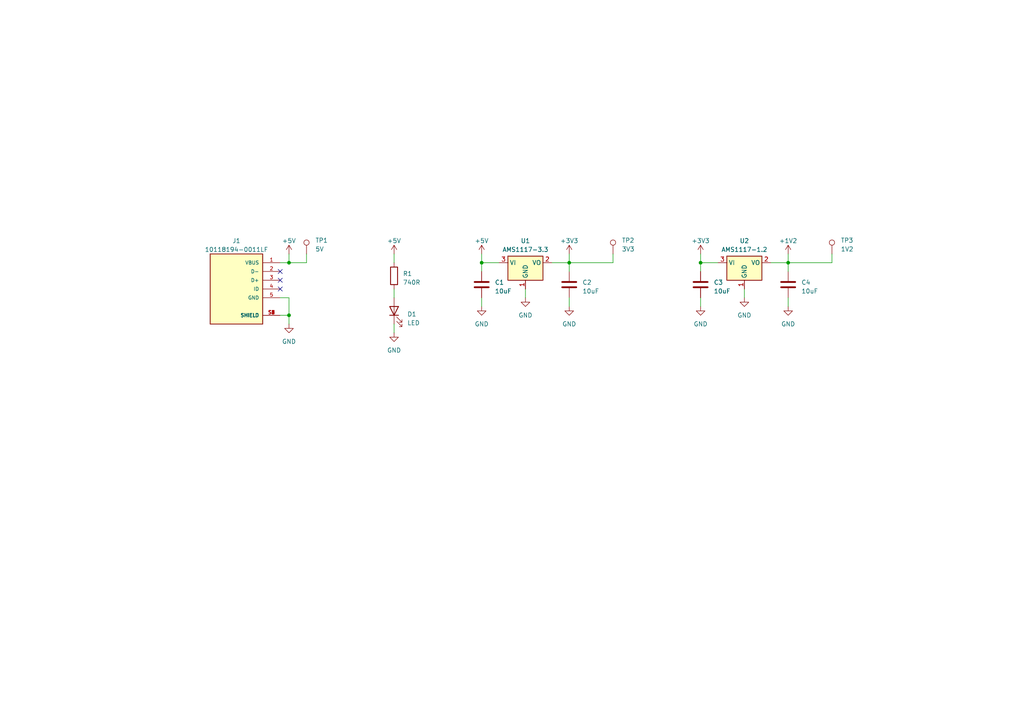
<source format=kicad_sch>
(kicad_sch (version 20230121) (generator eeschema)

  (uuid 4bb626dc-eb15-40dc-b7c2-28a7cf9da298)

  (paper "A4")

  (title_block
    (title "iCE40 DevBoard")
    (date "July 2024")
    (rev "v1")
  )

  (lib_symbols
    (symbol "10118194:10118194-0011LF" (pin_names (offset 1.016)) (in_bom yes) (on_board yes)
      (property "Reference" "J" (at -7.62 11.43 0)
        (effects (font (size 1.27 1.27)) (justify left bottom))
      )
      (property "Value" "10118194-0011LF" (at -7.62 -12.7 0)
        (effects (font (size 1.27 1.27)) (justify left bottom))
      )
      (property "Footprint" "10118194-0011LF:AMPHENOL_10118194-0011LF" (at 0 0 0)
        (effects (font (size 1.27 1.27)) (justify bottom) hide)
      )
      (property "Datasheet" "" (at 0 0 0)
        (effects (font (size 1.27 1.27)) hide)
      )
      (property "MF" "AMPHENOL ICC / FCI" (at 0 0 0)
        (effects (font (size 1.27 1.27)) (justify bottom) hide)
      )
      (property "MAXIMUM_PACKAGE_HEIGHT" "2.7 mm" (at 0 0 0)
        (effects (font (size 1.27 1.27)) (justify bottom) hide)
      )
      (property "Package" "None" (at 0 0 0)
        (effects (font (size 1.27 1.27)) (justify bottom) hide)
      )
      (property "Price" "None" (at 0 0 0)
        (effects (font (size 1.27 1.27)) (justify bottom) hide)
      )
      (property "Check_prices" "https://www.snapeda.com/parts/10118194-0011LF/Amphenol/view-part/?ref=eda" (at 0 0 0)
        (effects (font (size 1.27 1.27)) (justify bottom) hide)
      )
      (property "STANDARD" "Manufacturer Recommendations" (at 0 0 0)
        (effects (font (size 1.27 1.27)) (justify bottom) hide)
      )
      (property "PARTREV" "D" (at 0 0 0)
        (effects (font (size 1.27 1.27)) (justify bottom) hide)
      )
      (property "SnapEDA_Link" "https://www.snapeda.com/parts/10118194-0011LF/Amphenol/view-part/?ref=snap" (at 0 0 0)
        (effects (font (size 1.27 1.27)) (justify bottom) hide)
      )
      (property "MP" "10118194-0011LF" (at 0 0 0)
        (effects (font (size 1.27 1.27)) (justify bottom) hide)
      )
      (property "Purchase-URL" "https://www.snapeda.com/api/url_track_click_mouser/?unipart_id=6283885&manufacturer=AMPHENOL ICC / FCI&part_name=10118194-0011LF&search_term=None" (at 0 0 0)
        (effects (font (size 1.27 1.27)) (justify bottom) hide)
      )
      (property "Description" "\nMicro USB 2.0, Input Output Connectors, B TYPE RECEPTACLE without flange\n" (at 0 0 0)
        (effects (font (size 1.27 1.27)) (justify bottom) hide)
      )
      (property "MANUFACTURER" "Amphenol" (at 0 0 0)
        (effects (font (size 1.27 1.27)) (justify bottom) hide)
      )
      (property "Availability" "In Stock" (at 0 0 0)
        (effects (font (size 1.27 1.27)) (justify bottom) hide)
      )
      (property "SNAPEDA_PN" "10118194-0011LF" (at 0 0 0)
        (effects (font (size 1.27 1.27)) (justify bottom) hide)
      )
      (symbol "10118194-0011LF_0_0"
        (rectangle (start -7.62 -10.16) (end 7.62 10.16)
          (stroke (width 0.254) (type default))
          (fill (type background))
        )
        (pin power_in line (at -12.7 7.62 0) (length 5.08)
          (name "VBUS" (effects (font (size 1.016 1.016))))
          (number "1" (effects (font (size 1.016 1.016))))
        )
        (pin bidirectional line (at -12.7 5.08 0) (length 5.08)
          (name "D-" (effects (font (size 1.016 1.016))))
          (number "2" (effects (font (size 1.016 1.016))))
        )
        (pin bidirectional line (at -12.7 2.54 0) (length 5.08)
          (name "D+" (effects (font (size 1.016 1.016))))
          (number "3" (effects (font (size 1.016 1.016))))
        )
        (pin bidirectional line (at -12.7 0 0) (length 5.08)
          (name "ID" (effects (font (size 1.016 1.016))))
          (number "4" (effects (font (size 1.016 1.016))))
        )
        (pin power_in line (at -12.7 -2.54 0) (length 5.08)
          (name "GND" (effects (font (size 1.016 1.016))))
          (number "5" (effects (font (size 1.016 1.016))))
        )
        (pin passive line (at -12.7 -7.62 0) (length 5.08)
          (name "SHIELD" (effects (font (size 1.016 1.016))))
          (number "S1" (effects (font (size 1.016 1.016))))
        )
        (pin passive line (at -12.7 -7.62 0) (length 5.08)
          (name "SHIELD" (effects (font (size 1.016 1.016))))
          (number "S2" (effects (font (size 1.016 1.016))))
        )
        (pin passive line (at -12.7 -7.62 0) (length 5.08)
          (name "SHIELD" (effects (font (size 1.016 1.016))))
          (number "S3" (effects (font (size 1.016 1.016))))
        )
        (pin passive line (at -12.7 -7.62 0) (length 5.08)
          (name "SHIELD" (effects (font (size 1.016 1.016))))
          (number "S4" (effects (font (size 1.016 1.016))))
        )
        (pin passive line (at -12.7 -7.62 0) (length 5.08)
          (name "SHIELD" (effects (font (size 1.016 1.016))))
          (number "S5" (effects (font (size 1.016 1.016))))
        )
        (pin passive line (at -12.7 -7.62 0) (length 5.08)
          (name "SHIELD" (effects (font (size 1.016 1.016))))
          (number "S6" (effects (font (size 1.016 1.016))))
        )
      )
    )
    (symbol "Connector:TestPoint" (pin_numbers hide) (pin_names (offset 0.762) hide) (in_bom yes) (on_board yes)
      (property "Reference" "TP" (at 0 6.858 0)
        (effects (font (size 1.27 1.27)))
      )
      (property "Value" "TestPoint" (at 0 5.08 0)
        (effects (font (size 1.27 1.27)))
      )
      (property "Footprint" "" (at 5.08 0 0)
        (effects (font (size 1.27 1.27)) hide)
      )
      (property "Datasheet" "~" (at 5.08 0 0)
        (effects (font (size 1.27 1.27)) hide)
      )
      (property "ki_keywords" "test point tp" (at 0 0 0)
        (effects (font (size 1.27 1.27)) hide)
      )
      (property "ki_description" "test point" (at 0 0 0)
        (effects (font (size 1.27 1.27)) hide)
      )
      (property "ki_fp_filters" "Pin* Test*" (at 0 0 0)
        (effects (font (size 1.27 1.27)) hide)
      )
      (symbol "TestPoint_0_1"
        (circle (center 0 3.302) (radius 0.762)
          (stroke (width 0) (type default))
          (fill (type none))
        )
      )
      (symbol "TestPoint_1_1"
        (pin passive line (at 0 0 90) (length 2.54)
          (name "1" (effects (font (size 1.27 1.27))))
          (number "1" (effects (font (size 1.27 1.27))))
        )
      )
    )
    (symbol "Device:C" (pin_numbers hide) (pin_names (offset 0.254)) (in_bom yes) (on_board yes)
      (property "Reference" "C" (at 0.635 2.54 0)
        (effects (font (size 1.27 1.27)) (justify left))
      )
      (property "Value" "C" (at 0.635 -2.54 0)
        (effects (font (size 1.27 1.27)) (justify left))
      )
      (property "Footprint" "" (at 0.9652 -3.81 0)
        (effects (font (size 1.27 1.27)) hide)
      )
      (property "Datasheet" "~" (at 0 0 0)
        (effects (font (size 1.27 1.27)) hide)
      )
      (property "ki_keywords" "cap capacitor" (at 0 0 0)
        (effects (font (size 1.27 1.27)) hide)
      )
      (property "ki_description" "Unpolarized capacitor" (at 0 0 0)
        (effects (font (size 1.27 1.27)) hide)
      )
      (property "ki_fp_filters" "C_*" (at 0 0 0)
        (effects (font (size 1.27 1.27)) hide)
      )
      (symbol "C_0_1"
        (polyline
          (pts
            (xy -2.032 -0.762)
            (xy 2.032 -0.762)
          )
          (stroke (width 0.508) (type default))
          (fill (type none))
        )
        (polyline
          (pts
            (xy -2.032 0.762)
            (xy 2.032 0.762)
          )
          (stroke (width 0.508) (type default))
          (fill (type none))
        )
      )
      (symbol "C_1_1"
        (pin passive line (at 0 3.81 270) (length 2.794)
          (name "~" (effects (font (size 1.27 1.27))))
          (number "1" (effects (font (size 1.27 1.27))))
        )
        (pin passive line (at 0 -3.81 90) (length 2.794)
          (name "~" (effects (font (size 1.27 1.27))))
          (number "2" (effects (font (size 1.27 1.27))))
        )
      )
    )
    (symbol "Device:LED" (pin_numbers hide) (pin_names (offset 1.016) hide) (in_bom yes) (on_board yes)
      (property "Reference" "D" (at 0 2.54 0)
        (effects (font (size 1.27 1.27)))
      )
      (property "Value" "LED" (at 0 -2.54 0)
        (effects (font (size 1.27 1.27)))
      )
      (property "Footprint" "" (at 0 0 0)
        (effects (font (size 1.27 1.27)) hide)
      )
      (property "Datasheet" "~" (at 0 0 0)
        (effects (font (size 1.27 1.27)) hide)
      )
      (property "ki_keywords" "LED diode" (at 0 0 0)
        (effects (font (size 1.27 1.27)) hide)
      )
      (property "ki_description" "Light emitting diode" (at 0 0 0)
        (effects (font (size 1.27 1.27)) hide)
      )
      (property "ki_fp_filters" "LED* LED_SMD:* LED_THT:*" (at 0 0 0)
        (effects (font (size 1.27 1.27)) hide)
      )
      (symbol "LED_0_1"
        (polyline
          (pts
            (xy -1.27 -1.27)
            (xy -1.27 1.27)
          )
          (stroke (width 0.254) (type default))
          (fill (type none))
        )
        (polyline
          (pts
            (xy -1.27 0)
            (xy 1.27 0)
          )
          (stroke (width 0) (type default))
          (fill (type none))
        )
        (polyline
          (pts
            (xy 1.27 -1.27)
            (xy 1.27 1.27)
            (xy -1.27 0)
            (xy 1.27 -1.27)
          )
          (stroke (width 0.254) (type default))
          (fill (type none))
        )
        (polyline
          (pts
            (xy -3.048 -0.762)
            (xy -4.572 -2.286)
            (xy -3.81 -2.286)
            (xy -4.572 -2.286)
            (xy -4.572 -1.524)
          )
          (stroke (width 0) (type default))
          (fill (type none))
        )
        (polyline
          (pts
            (xy -1.778 -0.762)
            (xy -3.302 -2.286)
            (xy -2.54 -2.286)
            (xy -3.302 -2.286)
            (xy -3.302 -1.524)
          )
          (stroke (width 0) (type default))
          (fill (type none))
        )
      )
      (symbol "LED_1_1"
        (pin passive line (at -3.81 0 0) (length 2.54)
          (name "K" (effects (font (size 1.27 1.27))))
          (number "1" (effects (font (size 1.27 1.27))))
        )
        (pin passive line (at 3.81 0 180) (length 2.54)
          (name "A" (effects (font (size 1.27 1.27))))
          (number "2" (effects (font (size 1.27 1.27))))
        )
      )
    )
    (symbol "Device:R" (pin_numbers hide) (pin_names (offset 0)) (in_bom yes) (on_board yes)
      (property "Reference" "R" (at 2.032 0 90)
        (effects (font (size 1.27 1.27)))
      )
      (property "Value" "R" (at 0 0 90)
        (effects (font (size 1.27 1.27)))
      )
      (property "Footprint" "" (at -1.778 0 90)
        (effects (font (size 1.27 1.27)) hide)
      )
      (property "Datasheet" "~" (at 0 0 0)
        (effects (font (size 1.27 1.27)) hide)
      )
      (property "ki_keywords" "R res resistor" (at 0 0 0)
        (effects (font (size 1.27 1.27)) hide)
      )
      (property "ki_description" "Resistor" (at 0 0 0)
        (effects (font (size 1.27 1.27)) hide)
      )
      (property "ki_fp_filters" "R_*" (at 0 0 0)
        (effects (font (size 1.27 1.27)) hide)
      )
      (symbol "R_0_1"
        (rectangle (start -1.016 -2.54) (end 1.016 2.54)
          (stroke (width 0.254) (type default))
          (fill (type none))
        )
      )
      (symbol "R_1_1"
        (pin passive line (at 0 3.81 270) (length 1.27)
          (name "~" (effects (font (size 1.27 1.27))))
          (number "1" (effects (font (size 1.27 1.27))))
        )
        (pin passive line (at 0 -3.81 90) (length 1.27)
          (name "~" (effects (font (size 1.27 1.27))))
          (number "2" (effects (font (size 1.27 1.27))))
        )
      )
    )
    (symbol "Regulator_Linear:AMS1117-1.5" (in_bom yes) (on_board yes)
      (property "Reference" "U" (at -3.81 3.175 0)
        (effects (font (size 1.27 1.27)))
      )
      (property "Value" "AMS1117-1.5" (at 0 3.175 0)
        (effects (font (size 1.27 1.27)) (justify left))
      )
      (property "Footprint" "Package_TO_SOT_SMD:SOT-223-3_TabPin2" (at 0 5.08 0)
        (effects (font (size 1.27 1.27)) hide)
      )
      (property "Datasheet" "http://www.advanced-monolithic.com/pdf/ds1117.pdf" (at 2.54 -6.35 0)
        (effects (font (size 1.27 1.27)) hide)
      )
      (property "ki_keywords" "linear regulator ldo fixed positive" (at 0 0 0)
        (effects (font (size 1.27 1.27)) hide)
      )
      (property "ki_description" "1A Low Dropout regulator, positive, 1.5V fixed output, SOT-223" (at 0 0 0)
        (effects (font (size 1.27 1.27)) hide)
      )
      (property "ki_fp_filters" "SOT?223*TabPin2*" (at 0 0 0)
        (effects (font (size 1.27 1.27)) hide)
      )
      (symbol "AMS1117-1.5_0_1"
        (rectangle (start -5.08 -5.08) (end 5.08 1.905)
          (stroke (width 0.254) (type default))
          (fill (type background))
        )
      )
      (symbol "AMS1117-1.5_1_1"
        (pin power_in line (at 0 -7.62 90) (length 2.54)
          (name "GND" (effects (font (size 1.27 1.27))))
          (number "1" (effects (font (size 1.27 1.27))))
        )
        (pin power_out line (at 7.62 0 180) (length 2.54)
          (name "VO" (effects (font (size 1.27 1.27))))
          (number "2" (effects (font (size 1.27 1.27))))
        )
        (pin power_in line (at -7.62 0 0) (length 2.54)
          (name "VI" (effects (font (size 1.27 1.27))))
          (number "3" (effects (font (size 1.27 1.27))))
        )
      )
    )
    (symbol "Regulator_Linear:AMS1117-3.3" (in_bom yes) (on_board yes)
      (property "Reference" "U" (at -3.81 3.175 0)
        (effects (font (size 1.27 1.27)))
      )
      (property "Value" "AMS1117-3.3" (at 0 3.175 0)
        (effects (font (size 1.27 1.27)) (justify left))
      )
      (property "Footprint" "Package_TO_SOT_SMD:SOT-223-3_TabPin2" (at 0 5.08 0)
        (effects (font (size 1.27 1.27)) hide)
      )
      (property "Datasheet" "http://www.advanced-monolithic.com/pdf/ds1117.pdf" (at 2.54 -6.35 0)
        (effects (font (size 1.27 1.27)) hide)
      )
      (property "ki_keywords" "linear regulator ldo fixed positive" (at 0 0 0)
        (effects (font (size 1.27 1.27)) hide)
      )
      (property "ki_description" "1A Low Dropout regulator, positive, 3.3V fixed output, SOT-223" (at 0 0 0)
        (effects (font (size 1.27 1.27)) hide)
      )
      (property "ki_fp_filters" "SOT?223*TabPin2*" (at 0 0 0)
        (effects (font (size 1.27 1.27)) hide)
      )
      (symbol "AMS1117-3.3_0_1"
        (rectangle (start -5.08 -5.08) (end 5.08 1.905)
          (stroke (width 0.254) (type default))
          (fill (type background))
        )
      )
      (symbol "AMS1117-3.3_1_1"
        (pin power_in line (at 0 -7.62 90) (length 2.54)
          (name "GND" (effects (font (size 1.27 1.27))))
          (number "1" (effects (font (size 1.27 1.27))))
        )
        (pin power_out line (at 7.62 0 180) (length 2.54)
          (name "VO" (effects (font (size 1.27 1.27))))
          (number "2" (effects (font (size 1.27 1.27))))
        )
        (pin power_in line (at -7.62 0 0) (length 2.54)
          (name "VI" (effects (font (size 1.27 1.27))))
          (number "3" (effects (font (size 1.27 1.27))))
        )
      )
    )
    (symbol "power:+1V2" (power) (pin_names (offset 0)) (in_bom yes) (on_board yes)
      (property "Reference" "#PWR" (at 0 -3.81 0)
        (effects (font (size 1.27 1.27)) hide)
      )
      (property "Value" "+1V2" (at 0 3.556 0)
        (effects (font (size 1.27 1.27)))
      )
      (property "Footprint" "" (at 0 0 0)
        (effects (font (size 1.27 1.27)) hide)
      )
      (property "Datasheet" "" (at 0 0 0)
        (effects (font (size 1.27 1.27)) hide)
      )
      (property "ki_keywords" "global power" (at 0 0 0)
        (effects (font (size 1.27 1.27)) hide)
      )
      (property "ki_description" "Power symbol creates a global label with name \"+1V2\"" (at 0 0 0)
        (effects (font (size 1.27 1.27)) hide)
      )
      (symbol "+1V2_0_1"
        (polyline
          (pts
            (xy -0.762 1.27)
            (xy 0 2.54)
          )
          (stroke (width 0) (type default))
          (fill (type none))
        )
        (polyline
          (pts
            (xy 0 0)
            (xy 0 2.54)
          )
          (stroke (width 0) (type default))
          (fill (type none))
        )
        (polyline
          (pts
            (xy 0 2.54)
            (xy 0.762 1.27)
          )
          (stroke (width 0) (type default))
          (fill (type none))
        )
      )
      (symbol "+1V2_1_1"
        (pin power_in line (at 0 0 90) (length 0) hide
          (name "+1V2" (effects (font (size 1.27 1.27))))
          (number "1" (effects (font (size 1.27 1.27))))
        )
      )
    )
    (symbol "power:+3V3" (power) (pin_names (offset 0)) (in_bom yes) (on_board yes)
      (property "Reference" "#PWR" (at 0 -3.81 0)
        (effects (font (size 1.27 1.27)) hide)
      )
      (property "Value" "+3V3" (at 0 3.556 0)
        (effects (font (size 1.27 1.27)))
      )
      (property "Footprint" "" (at 0 0 0)
        (effects (font (size 1.27 1.27)) hide)
      )
      (property "Datasheet" "" (at 0 0 0)
        (effects (font (size 1.27 1.27)) hide)
      )
      (property "ki_keywords" "global power" (at 0 0 0)
        (effects (font (size 1.27 1.27)) hide)
      )
      (property "ki_description" "Power symbol creates a global label with name \"+3V3\"" (at 0 0 0)
        (effects (font (size 1.27 1.27)) hide)
      )
      (symbol "+3V3_0_1"
        (polyline
          (pts
            (xy -0.762 1.27)
            (xy 0 2.54)
          )
          (stroke (width 0) (type default))
          (fill (type none))
        )
        (polyline
          (pts
            (xy 0 0)
            (xy 0 2.54)
          )
          (stroke (width 0) (type default))
          (fill (type none))
        )
        (polyline
          (pts
            (xy 0 2.54)
            (xy 0.762 1.27)
          )
          (stroke (width 0) (type default))
          (fill (type none))
        )
      )
      (symbol "+3V3_1_1"
        (pin power_in line (at 0 0 90) (length 0) hide
          (name "+3V3" (effects (font (size 1.27 1.27))))
          (number "1" (effects (font (size 1.27 1.27))))
        )
      )
    )
    (symbol "power:+5V" (power) (pin_names (offset 0)) (in_bom yes) (on_board yes)
      (property "Reference" "#PWR" (at 0 -3.81 0)
        (effects (font (size 1.27 1.27)) hide)
      )
      (property "Value" "+5V" (at 0 3.556 0)
        (effects (font (size 1.27 1.27)))
      )
      (property "Footprint" "" (at 0 0 0)
        (effects (font (size 1.27 1.27)) hide)
      )
      (property "Datasheet" "" (at 0 0 0)
        (effects (font (size 1.27 1.27)) hide)
      )
      (property "ki_keywords" "global power" (at 0 0 0)
        (effects (font (size 1.27 1.27)) hide)
      )
      (property "ki_description" "Power symbol creates a global label with name \"+5V\"" (at 0 0 0)
        (effects (font (size 1.27 1.27)) hide)
      )
      (symbol "+5V_0_1"
        (polyline
          (pts
            (xy -0.762 1.27)
            (xy 0 2.54)
          )
          (stroke (width 0) (type default))
          (fill (type none))
        )
        (polyline
          (pts
            (xy 0 0)
            (xy 0 2.54)
          )
          (stroke (width 0) (type default))
          (fill (type none))
        )
        (polyline
          (pts
            (xy 0 2.54)
            (xy 0.762 1.27)
          )
          (stroke (width 0) (type default))
          (fill (type none))
        )
      )
      (symbol "+5V_1_1"
        (pin power_in line (at 0 0 90) (length 0) hide
          (name "+5V" (effects (font (size 1.27 1.27))))
          (number "1" (effects (font (size 1.27 1.27))))
        )
      )
    )
    (symbol "power:GND" (power) (pin_names (offset 0)) (in_bom yes) (on_board yes)
      (property "Reference" "#PWR" (at 0 -6.35 0)
        (effects (font (size 1.27 1.27)) hide)
      )
      (property "Value" "GND" (at 0 -3.81 0)
        (effects (font (size 1.27 1.27)))
      )
      (property "Footprint" "" (at 0 0 0)
        (effects (font (size 1.27 1.27)) hide)
      )
      (property "Datasheet" "" (at 0 0 0)
        (effects (font (size 1.27 1.27)) hide)
      )
      (property "ki_keywords" "global power" (at 0 0 0)
        (effects (font (size 1.27 1.27)) hide)
      )
      (property "ki_description" "Power symbol creates a global label with name \"GND\" , ground" (at 0 0 0)
        (effects (font (size 1.27 1.27)) hide)
      )
      (symbol "GND_0_1"
        (polyline
          (pts
            (xy 0 0)
            (xy 0 -1.27)
            (xy 1.27 -1.27)
            (xy 0 -2.54)
            (xy -1.27 -1.27)
            (xy 0 -1.27)
          )
          (stroke (width 0) (type default))
          (fill (type none))
        )
      )
      (symbol "GND_1_1"
        (pin power_in line (at 0 0 270) (length 0) hide
          (name "GND" (effects (font (size 1.27 1.27))))
          (number "1" (effects (font (size 1.27 1.27))))
        )
      )
    )
  )

  (junction (at 228.6 76.2) (diameter 0) (color 0 0 0 0)
    (uuid 307692b1-8bcf-4a69-b209-0dadce10d3b3)
  )
  (junction (at 203.2 76.2) (diameter 0) (color 0 0 0 0)
    (uuid 763499b3-2e70-4e03-90fd-61d61360014a)
  )
  (junction (at 83.82 76.2) (diameter 0) (color 0 0 0 0)
    (uuid 7f4671c7-4008-44c6-86e9-27cad0d99f9e)
  )
  (junction (at 83.82 91.44) (diameter 0) (color 0 0 0 0)
    (uuid ba15fea8-8107-4f31-8fff-9a57fbe3ca03)
  )
  (junction (at 165.1 76.2) (diameter 0) (color 0 0 0 0)
    (uuid c644548d-3b6b-40cd-9345-28d9b67207a6)
  )
  (junction (at 139.7 76.2) (diameter 0) (color 0 0 0 0)
    (uuid fb41d1dd-c96b-4d28-ba2f-1329e4352471)
  )

  (no_connect (at 81.28 81.28) (uuid 2fd31fd4-290a-4e63-8a17-8662717c39cf))
  (no_connect (at 81.28 78.74) (uuid 5a04b40a-b8db-4898-aa32-55fe22da727b))
  (no_connect (at 81.28 83.82) (uuid ec9d1db2-b0d4-4c34-8684-d14ae6bc6501))

  (wire (pts (xy 81.28 86.36) (xy 83.82 86.36))
    (stroke (width 0) (type default))
    (uuid 06be71f3-9a99-438f-9892-06482bb0ed0a)
  )
  (wire (pts (xy 228.6 76.2) (xy 241.3 76.2))
    (stroke (width 0) (type default))
    (uuid 09db4a3e-1077-4a7a-b655-3ad2e0da0b0a)
  )
  (wire (pts (xy 203.2 73.66) (xy 203.2 76.2))
    (stroke (width 0) (type default))
    (uuid 11c84675-b14e-4ba8-9687-eac4c2519122)
  )
  (wire (pts (xy 228.6 73.66) (xy 228.6 76.2))
    (stroke (width 0) (type default))
    (uuid 258a052e-6f2b-4c6f-bc77-9fef4af774ff)
  )
  (wire (pts (xy 139.7 76.2) (xy 139.7 78.74))
    (stroke (width 0) (type default))
    (uuid 2672dd46-ecac-4b87-b8c9-cf7cb882c864)
  )
  (wire (pts (xy 114.3 93.98) (xy 114.3 96.52))
    (stroke (width 0) (type default))
    (uuid 33eca0a2-7269-458d-aab1-6352960e493f)
  )
  (wire (pts (xy 114.3 83.82) (xy 114.3 86.36))
    (stroke (width 0) (type default))
    (uuid 3daf9062-813b-4385-9542-c20dd74d883d)
  )
  (wire (pts (xy 88.9 73.66) (xy 88.9 76.2))
    (stroke (width 0) (type default))
    (uuid 3dc9e0d0-76d8-4f97-9af3-6d1f6daa6962)
  )
  (wire (pts (xy 83.82 76.2) (xy 81.28 76.2))
    (stroke (width 0) (type default))
    (uuid 457ace2f-d963-4867-8c06-09b8214dd40f)
  )
  (wire (pts (xy 152.4 83.82) (xy 152.4 86.36))
    (stroke (width 0) (type default))
    (uuid 45e9aed6-3fb8-4075-bcdd-0fece4548382)
  )
  (wire (pts (xy 144.78 76.2) (xy 139.7 76.2))
    (stroke (width 0) (type default))
    (uuid 536d19c1-b8e1-43c7-a51a-c3908b4d6d9f)
  )
  (wire (pts (xy 114.3 73.66) (xy 114.3 76.2))
    (stroke (width 0) (type default))
    (uuid 554bc96b-fd2d-4b09-a48a-ed39694bd30b)
  )
  (wire (pts (xy 88.9 76.2) (xy 83.82 76.2))
    (stroke (width 0) (type default))
    (uuid 58e80a8e-3141-4cb8-a16b-f925fdaba5d6)
  )
  (wire (pts (xy 228.6 76.2) (xy 223.52 76.2))
    (stroke (width 0) (type default))
    (uuid 78421392-76a6-47ef-a419-a20014316746)
  )
  (wire (pts (xy 83.82 86.36) (xy 83.82 91.44))
    (stroke (width 0) (type default))
    (uuid 7e56cebc-80ac-48ef-9a51-74470cd865be)
  )
  (wire (pts (xy 139.7 86.36) (xy 139.7 88.9))
    (stroke (width 0) (type default))
    (uuid 8acf952d-c9ce-4c07-8fc6-8ff902afda7f)
  )
  (wire (pts (xy 203.2 76.2) (xy 203.2 78.74))
    (stroke (width 0) (type default))
    (uuid 8b77ab89-70a2-4605-9600-f9e2d28a6e5c)
  )
  (wire (pts (xy 177.8 73.66) (xy 177.8 76.2))
    (stroke (width 0) (type default))
    (uuid 907eb452-bc0b-4d5b-b1da-2550275ed5c8)
  )
  (wire (pts (xy 139.7 73.66) (xy 139.7 76.2))
    (stroke (width 0) (type default))
    (uuid 99777f89-7818-4a03-b33a-8f8de2ea947e)
  )
  (wire (pts (xy 215.9 83.82) (xy 215.9 86.36))
    (stroke (width 0) (type default))
    (uuid ae32cf6b-540c-405c-93c6-84c465fa6f6d)
  )
  (wire (pts (xy 203.2 86.36) (xy 203.2 88.9))
    (stroke (width 0) (type default))
    (uuid b313877d-c5eb-4130-83c4-466475ec32e0)
  )
  (wire (pts (xy 241.3 73.66) (xy 241.3 76.2))
    (stroke (width 0) (type default))
    (uuid b75576da-852c-490f-a33f-4f780c465883)
  )
  (wire (pts (xy 165.1 86.36) (xy 165.1 88.9))
    (stroke (width 0) (type default))
    (uuid bc2a74ee-4950-4fb9-a7d2-f39c847c0d78)
  )
  (wire (pts (xy 165.1 73.66) (xy 165.1 76.2))
    (stroke (width 0) (type default))
    (uuid c1f394c8-b264-422c-8967-a731c08ae4cc)
  )
  (wire (pts (xy 228.6 86.36) (xy 228.6 88.9))
    (stroke (width 0) (type default))
    (uuid dfcccdb4-1f35-4656-ac3a-16b98396130a)
  )
  (wire (pts (xy 203.2 76.2) (xy 208.28 76.2))
    (stroke (width 0) (type default))
    (uuid e265dd47-adeb-4fb2-ba40-720d6e507aa3)
  )
  (wire (pts (xy 81.28 91.44) (xy 83.82 91.44))
    (stroke (width 0) (type default))
    (uuid e2c86999-7e92-4225-8794-8106d95fe72d)
  )
  (wire (pts (xy 160.02 76.2) (xy 165.1 76.2))
    (stroke (width 0) (type default))
    (uuid ea6019b3-c6b8-4093-a4cd-6e8500b55df1)
  )
  (wire (pts (xy 228.6 76.2) (xy 228.6 78.74))
    (stroke (width 0) (type default))
    (uuid ecf51bbc-082f-4436-876b-e6ddc6a3e208)
  )
  (wire (pts (xy 83.82 73.66) (xy 83.82 76.2))
    (stroke (width 0) (type default))
    (uuid edda3824-2a69-4f2b-9775-ad18f2162d9a)
  )
  (wire (pts (xy 177.8 76.2) (xy 165.1 76.2))
    (stroke (width 0) (type default))
    (uuid f4bdbd21-ee12-433c-b86f-2c4ec1653de4)
  )
  (wire (pts (xy 165.1 76.2) (xy 165.1 78.74))
    (stroke (width 0) (type default))
    (uuid f50905c5-09dd-4451-a90d-b4b844cabc5f)
  )
  (wire (pts (xy 83.82 91.44) (xy 83.82 93.98))
    (stroke (width 0) (type default))
    (uuid fe0fe017-1450-4eec-8650-06933e740a34)
  )

  (symbol (lib_id "power:GND") (at 139.7 88.9 0) (unit 1)
    (in_bom yes) (on_board yes) (dnp no) (fields_autoplaced)
    (uuid 03429670-e4dd-4b2c-ad16-e6a5fe587151)
    (property "Reference" "#PWR07" (at 139.7 95.25 0)
      (effects (font (size 1.27 1.27)) hide)
    )
    (property "Value" "GND" (at 139.7 93.98 0)
      (effects (font (size 1.27 1.27)))
    )
    (property "Footprint" "" (at 139.7 88.9 0)
      (effects (font (size 1.27 1.27)) hide)
    )
    (property "Datasheet" "" (at 139.7 88.9 0)
      (effects (font (size 1.27 1.27)) hide)
    )
    (pin "1" (uuid 503c560a-7e3a-47c7-a0cd-50c4fc955339))
    (instances
      (project "iCE40DevBoard"
        (path "/2f10ad52-4a2c-425a-8339-df6126e31315/638b097a-85e5-4af1-b4c6-c77a407aaed3"
          (reference "#PWR07") (unit 1)
        )
      )
    )
  )

  (symbol (lib_id "power:GND") (at 114.3 96.52 0) (unit 1)
    (in_bom yes) (on_board yes) (dnp no) (fields_autoplaced)
    (uuid 0fad3ac3-679f-49c5-93e9-120c32dbf146)
    (property "Reference" "#PWR06" (at 114.3 102.87 0)
      (effects (font (size 1.27 1.27)) hide)
    )
    (property "Value" "GND" (at 114.3 101.6 0)
      (effects (font (size 1.27 1.27)))
    )
    (property "Footprint" "" (at 114.3 96.52 0)
      (effects (font (size 1.27 1.27)) hide)
    )
    (property "Datasheet" "" (at 114.3 96.52 0)
      (effects (font (size 1.27 1.27)) hide)
    )
    (pin "1" (uuid 9affda3e-141f-408d-80ff-5bfd010a7a73))
    (instances
      (project "iCE40DevBoard"
        (path "/2f10ad52-4a2c-425a-8339-df6126e31315/638b097a-85e5-4af1-b4c6-c77a407aaed3"
          (reference "#PWR06") (unit 1)
        )
      )
    )
  )

  (symbol (lib_id "Device:C") (at 165.1 82.55 0) (unit 1)
    (in_bom yes) (on_board yes) (dnp no) (fields_autoplaced)
    (uuid 1ba7c3d4-2bc0-48fa-8830-cf1a10671ca8)
    (property "Reference" "C2" (at 168.91 81.915 0)
      (effects (font (size 1.27 1.27)) (justify left))
    )
    (property "Value" "10uF" (at 168.91 84.455 0)
      (effects (font (size 1.27 1.27)) (justify left))
    )
    (property "Footprint" "Capacitor_SMD:C_0603_1608Metric" (at 166.0652 86.36 0)
      (effects (font (size 1.27 1.27)) hide)
    )
    (property "Datasheet" "~" (at 165.1 82.55 0)
      (effects (font (size 1.27 1.27)) hide)
    )
    (pin "1" (uuid 86d2b434-8a81-4c58-a489-5f5b65c34912))
    (pin "2" (uuid 2e5bc63c-30eb-4130-ae07-11352273c9b5))
    (instances
      (project "iCE40DevBoard"
        (path "/2f10ad52-4a2c-425a-8339-df6126e31315/638b097a-85e5-4af1-b4c6-c77a407aaed3"
          (reference "C2") (unit 1)
        )
      )
    )
  )

  (symbol (lib_id "Device:LED") (at 114.3 90.17 90) (unit 1)
    (in_bom yes) (on_board yes) (dnp no) (fields_autoplaced)
    (uuid 3374c6e5-d1f6-498c-ac6b-96f96dfe8574)
    (property "Reference" "D1" (at 118.11 91.1225 90)
      (effects (font (size 1.27 1.27)) (justify right))
    )
    (property "Value" "LED" (at 118.11 93.6625 90)
      (effects (font (size 1.27 1.27)) (justify right))
    )
    (property "Footprint" "LED_SMD:LED_0805_2012Metric" (at 114.3 90.17 0)
      (effects (font (size 1.27 1.27)) hide)
    )
    (property "Datasheet" "~" (at 114.3 90.17 0)
      (effects (font (size 1.27 1.27)) hide)
    )
    (pin "1" (uuid 66daf6d8-1bb2-4174-bc3e-e98a4247f6c0))
    (pin "2" (uuid e7a266e1-0c3b-4084-8aef-6b29f8b92a9f))
    (instances
      (project "iCE40DevBoard"
        (path "/2f10ad52-4a2c-425a-8339-df6126e31315/638b097a-85e5-4af1-b4c6-c77a407aaed3"
          (reference "D1") (unit 1)
        )
      )
    )
  )

  (symbol (lib_id "Connector:TestPoint") (at 177.8 73.66 0) (unit 1)
    (in_bom yes) (on_board yes) (dnp no) (fields_autoplaced)
    (uuid 3adeb099-d968-47f2-acd8-f5ad8b561564)
    (property "Reference" "TP2" (at 180.34 69.723 0)
      (effects (font (size 1.27 1.27)) (justify left))
    )
    (property "Value" "3V3" (at 180.34 72.263 0)
      (effects (font (size 1.27 1.27)) (justify left))
    )
    (property "Footprint" "TestPoint:TestPoint_Pad_D1.0mm" (at 182.88 73.66 0)
      (effects (font (size 1.27 1.27)) hide)
    )
    (property "Datasheet" "~" (at 182.88 73.66 0)
      (effects (font (size 1.27 1.27)) hide)
    )
    (pin "1" (uuid fc3b4367-d14a-46de-9793-2eb4f5297202))
    (instances
      (project "iCE40DevBoard"
        (path "/2f10ad52-4a2c-425a-8339-df6126e31315/638b097a-85e5-4af1-b4c6-c77a407aaed3"
          (reference "TP2") (unit 1)
        )
      )
    )
  )

  (symbol (lib_id "Device:C") (at 228.6 82.55 0) (unit 1)
    (in_bom yes) (on_board yes) (dnp no) (fields_autoplaced)
    (uuid 4071050b-4171-4baa-9fab-c300b560a321)
    (property "Reference" "C4" (at 232.41 81.915 0)
      (effects (font (size 1.27 1.27)) (justify left))
    )
    (property "Value" "10uF" (at 232.41 84.455 0)
      (effects (font (size 1.27 1.27)) (justify left))
    )
    (property "Footprint" "Capacitor_SMD:C_0603_1608Metric" (at 229.5652 86.36 0)
      (effects (font (size 1.27 1.27)) hide)
    )
    (property "Datasheet" "~" (at 228.6 82.55 0)
      (effects (font (size 1.27 1.27)) hide)
    )
    (pin "1" (uuid 4dfecfa4-92b7-4818-9ba0-48da865cb962))
    (pin "2" (uuid 9414b9af-76e0-4998-9460-28ccc3baf5c0))
    (instances
      (project "iCE40DevBoard"
        (path "/2f10ad52-4a2c-425a-8339-df6126e31315/638b097a-85e5-4af1-b4c6-c77a407aaed3"
          (reference "C4") (unit 1)
        )
      )
    )
  )

  (symbol (lib_id "power:+3V3") (at 165.1 73.66 0) (unit 1)
    (in_bom yes) (on_board yes) (dnp no) (fields_autoplaced)
    (uuid 581e2748-ef03-4bc6-b734-8aa124ecde26)
    (property "Reference" "#PWR010" (at 165.1 77.47 0)
      (effects (font (size 1.27 1.27)) hide)
    )
    (property "Value" "+3V3" (at 165.1 69.85 0)
      (effects (font (size 1.27 1.27)))
    )
    (property "Footprint" "" (at 165.1 73.66 0)
      (effects (font (size 1.27 1.27)) hide)
    )
    (property "Datasheet" "" (at 165.1 73.66 0)
      (effects (font (size 1.27 1.27)) hide)
    )
    (pin "1" (uuid d3fa64a5-a198-45d3-9d54-0f4895d2ed22))
    (instances
      (project "iCE40DevBoard"
        (path "/2f10ad52-4a2c-425a-8339-df6126e31315/638b097a-85e5-4af1-b4c6-c77a407aaed3"
          (reference "#PWR010") (unit 1)
        )
      )
    )
  )

  (symbol (lib_id "power:+1V2") (at 228.6 73.66 0) (unit 1)
    (in_bom yes) (on_board yes) (dnp no) (fields_autoplaced)
    (uuid 624f37fa-a36a-4c09-8e16-7e93a766ac2d)
    (property "Reference" "#PWR012" (at 228.6 77.47 0)
      (effects (font (size 1.27 1.27)) hide)
    )
    (property "Value" "+1V2" (at 228.6 69.85 0)
      (effects (font (size 1.27 1.27)))
    )
    (property "Footprint" "" (at 228.6 73.66 0)
      (effects (font (size 1.27 1.27)) hide)
    )
    (property "Datasheet" "" (at 228.6 73.66 0)
      (effects (font (size 1.27 1.27)) hide)
    )
    (pin "1" (uuid b2acb72f-0587-42a0-9ce1-58a6deffdc4f))
    (instances
      (project "iCE40DevBoard"
        (path "/2f10ad52-4a2c-425a-8339-df6126e31315/638b097a-85e5-4af1-b4c6-c77a407aaed3"
          (reference "#PWR012") (unit 1)
        )
      )
    )
  )

  (symbol (lib_id "power:+5V") (at 114.3 73.66 0) (unit 1)
    (in_bom yes) (on_board yes) (dnp no) (fields_autoplaced)
    (uuid 64ee9968-dcd8-40d5-b1b3-e21fa9974bba)
    (property "Reference" "#PWR05" (at 114.3 77.47 0)
      (effects (font (size 1.27 1.27)) hide)
    )
    (property "Value" "+5V" (at 114.3 69.85 0)
      (effects (font (size 1.27 1.27)))
    )
    (property "Footprint" "" (at 114.3 73.66 0)
      (effects (font (size 1.27 1.27)) hide)
    )
    (property "Datasheet" "" (at 114.3 73.66 0)
      (effects (font (size 1.27 1.27)) hide)
    )
    (pin "1" (uuid 1d860c5a-df53-47ba-a04e-fd8a56e4412e))
    (instances
      (project "iCE40DevBoard"
        (path "/2f10ad52-4a2c-425a-8339-df6126e31315/638b097a-85e5-4af1-b4c6-c77a407aaed3"
          (reference "#PWR05") (unit 1)
        )
      )
    )
  )

  (symbol (lib_id "power:+3V3") (at 203.2 73.66 0) (unit 1)
    (in_bom yes) (on_board yes) (dnp no) (fields_autoplaced)
    (uuid 6c439583-b853-41fa-88e1-222493872adf)
    (property "Reference" "#PWR011" (at 203.2 77.47 0)
      (effects (font (size 1.27 1.27)) hide)
    )
    (property "Value" "+3V3" (at 203.2 69.85 0)
      (effects (font (size 1.27 1.27)))
    )
    (property "Footprint" "" (at 203.2 73.66 0)
      (effects (font (size 1.27 1.27)) hide)
    )
    (property "Datasheet" "" (at 203.2 73.66 0)
      (effects (font (size 1.27 1.27)) hide)
    )
    (pin "1" (uuid 0fb05552-b996-4373-bbd4-dde36d254087))
    (instances
      (project "iCE40DevBoard"
        (path "/2f10ad52-4a2c-425a-8339-df6126e31315/638b097a-85e5-4af1-b4c6-c77a407aaed3"
          (reference "#PWR011") (unit 1)
        )
      )
    )
  )

  (symbol (lib_id "Device:R") (at 114.3 80.01 0) (unit 1)
    (in_bom yes) (on_board yes) (dnp no) (fields_autoplaced)
    (uuid 84e2eebd-985f-4999-954f-6820d925153c)
    (property "Reference" "R1" (at 116.84 79.375 0)
      (effects (font (size 1.27 1.27)) (justify left))
    )
    (property "Value" "740R" (at 116.84 81.915 0)
      (effects (font (size 1.27 1.27)) (justify left))
    )
    (property "Footprint" "Resistor_SMD:R_0603_1608Metric" (at 112.522 80.01 90)
      (effects (font (size 1.27 1.27)) hide)
    )
    (property "Datasheet" "~" (at 114.3 80.01 0)
      (effects (font (size 1.27 1.27)) hide)
    )
    (pin "1" (uuid 7009caf7-e403-43a1-a4bf-2e73619f1acf))
    (pin "2" (uuid f2b4cf59-168a-4508-9fdc-c516ca68a7b4))
    (instances
      (project "iCE40DevBoard"
        (path "/2f10ad52-4a2c-425a-8339-df6126e31315/638b097a-85e5-4af1-b4c6-c77a407aaed3"
          (reference "R1") (unit 1)
        )
      )
    )
  )

  (symbol (lib_id "power:GND") (at 215.9 86.36 0) (unit 1)
    (in_bom yes) (on_board yes) (dnp no) (fields_autoplaced)
    (uuid 87b6a9fc-3448-42ee-b7dd-cdc857412492)
    (property "Reference" "#PWR02" (at 215.9 92.71 0)
      (effects (font (size 1.27 1.27)) hide)
    )
    (property "Value" "GND" (at 215.9 91.44 0)
      (effects (font (size 1.27 1.27)))
    )
    (property "Footprint" "" (at 215.9 86.36 0)
      (effects (font (size 1.27 1.27)) hide)
    )
    (property "Datasheet" "" (at 215.9 86.36 0)
      (effects (font (size 1.27 1.27)) hide)
    )
    (pin "1" (uuid b93270f9-a55b-49ac-b0f8-83dca734f6cd))
    (instances
      (project "iCE40DevBoard"
        (path "/2f10ad52-4a2c-425a-8339-df6126e31315/638b097a-85e5-4af1-b4c6-c77a407aaed3"
          (reference "#PWR02") (unit 1)
        )
      )
    )
  )

  (symbol (lib_id "10118194:10118194-0011LF") (at 68.58 83.82 0) (mirror y) (unit 1)
    (in_bom yes) (on_board yes) (dnp no) (fields_autoplaced)
    (uuid 91bc76c6-64b5-4f2b-9951-b9f65a592553)
    (property "Reference" "J1" (at 68.58 69.85 0)
      (effects (font (size 1.27 1.27)))
    )
    (property "Value" "10118194-0011LF" (at 68.58 72.39 0)
      (effects (font (size 1.27 1.27)))
    )
    (property "Footprint" "Connector_USB:AMPHENOL_10118194-0011LF" (at 68.58 83.82 0)
      (effects (font (size 1.27 1.27)) (justify bottom) hide)
    )
    (property "Datasheet" "" (at 68.58 83.82 0)
      (effects (font (size 1.27 1.27)) hide)
    )
    (property "MF" "AMPHENOL ICC / FCI" (at 68.58 83.82 0)
      (effects (font (size 1.27 1.27)) (justify bottom) hide)
    )
    (property "MAXIMUM_PACKAGE_HEIGHT" "2.7 mm" (at 68.58 83.82 0)
      (effects (font (size 1.27 1.27)) (justify bottom) hide)
    )
    (property "Package" "None" (at 68.58 83.82 0)
      (effects (font (size 1.27 1.27)) (justify bottom) hide)
    )
    (property "Price" "None" (at 68.58 83.82 0)
      (effects (font (size 1.27 1.27)) (justify bottom) hide)
    )
    (property "Check_prices" "https://www.snapeda.com/parts/10118194-0011LF/Amphenol/view-part/?ref=eda" (at 68.58 83.82 0)
      (effects (font (size 1.27 1.27)) (justify bottom) hide)
    )
    (property "STANDARD" "Manufacturer Recommendations" (at 68.58 83.82 0)
      (effects (font (size 1.27 1.27)) (justify bottom) hide)
    )
    (property "PARTREV" "D" (at 68.58 83.82 0)
      (effects (font (size 1.27 1.27)) (justify bottom) hide)
    )
    (property "SnapEDA_Link" "https://www.snapeda.com/parts/10118194-0011LF/Amphenol/view-part/?ref=snap" (at 68.58 83.82 0)
      (effects (font (size 1.27 1.27)) (justify bottom) hide)
    )
    (property "MP" "10118194-0011LF" (at 68.58 83.82 0)
      (effects (font (size 1.27 1.27)) (justify bottom) hide)
    )
    (property "Purchase-URL" "https://www.snapeda.com/api/url_track_click_mouser/?unipart_id=6283885&manufacturer=AMPHENOL ICC / FCI&part_name=10118194-0011LF&search_term=None" (at 68.58 83.82 0)
      (effects (font (size 1.27 1.27)) (justify bottom) hide)
    )
    (property "Description" "\nMicro USB 2.0, Input Output Connectors, B TYPE RECEPTACLE without flange\n" (at 68.58 83.82 0)
      (effects (font (size 1.27 1.27)) (justify bottom) hide)
    )
    (property "MANUFACTURER" "Amphenol" (at 68.58 83.82 0)
      (effects (font (size 1.27 1.27)) (justify bottom) hide)
    )
    (property "Availability" "In Stock" (at 68.58 83.82 0)
      (effects (font (size 1.27 1.27)) (justify bottom) hide)
    )
    (property "SNAPEDA_PN" "10118194-0011LF" (at 68.58 83.82 0)
      (effects (font (size 1.27 1.27)) (justify bottom) hide)
    )
    (pin "1" (uuid af809013-b7e9-45a5-babf-7b3fb5fc5922))
    (pin "2" (uuid 412850ba-60aa-4545-b12e-e01cdaeaf337))
    (pin "3" (uuid 501a242e-c3d9-4a28-a90b-ed0f5b331c20))
    (pin "4" (uuid e3b9bbfe-a57a-4ca2-90e7-846321efc83a))
    (pin "5" (uuid 15bc3442-247d-4119-b2df-9c1ffd5ae0f8))
    (pin "S1" (uuid a9b46945-bc84-4003-8530-b42efd891630))
    (pin "S2" (uuid 14c1147a-d285-4e34-a0b6-c78474d9e96c))
    (pin "S3" (uuid 6c64d0e0-9e6e-4496-b62f-2f72efb1bce6))
    (pin "S4" (uuid a727f31d-dc54-433f-ba7e-89b62e1dc386))
    (pin "S5" (uuid 6eff5a8b-be22-443f-b119-dde52a7fe1a4))
    (pin "S6" (uuid 0cfab928-5823-4948-b40a-997a4106eaee))
    (instances
      (project "iCE40DevBoard"
        (path "/2f10ad52-4a2c-425a-8339-df6126e31315/638b097a-85e5-4af1-b4c6-c77a407aaed3"
          (reference "J1") (unit 1)
        )
      )
    )
  )

  (symbol (lib_id "power:+5V") (at 139.7 73.66 0) (unit 1)
    (in_bom yes) (on_board yes) (dnp no) (fields_autoplaced)
    (uuid 96405a1c-1dc8-4b9f-b40f-e97aed28fe78)
    (property "Reference" "#PWR09" (at 139.7 77.47 0)
      (effects (font (size 1.27 1.27)) hide)
    )
    (property "Value" "+5V" (at 139.7 69.85 0)
      (effects (font (size 1.27 1.27)))
    )
    (property "Footprint" "" (at 139.7 73.66 0)
      (effects (font (size 1.27 1.27)) hide)
    )
    (property "Datasheet" "" (at 139.7 73.66 0)
      (effects (font (size 1.27 1.27)) hide)
    )
    (pin "1" (uuid 2a96bc37-b4fd-48fc-bd3a-cc5cd3809a0b))
    (instances
      (project "iCE40DevBoard"
        (path "/2f10ad52-4a2c-425a-8339-df6126e31315/638b097a-85e5-4af1-b4c6-c77a407aaed3"
          (reference "#PWR09") (unit 1)
        )
      )
    )
  )

  (symbol (lib_id "power:GND") (at 165.1 88.9 0) (unit 1)
    (in_bom yes) (on_board yes) (dnp no) (fields_autoplaced)
    (uuid 96b44ecc-8b60-49bc-8f4d-0d1e3af5af8a)
    (property "Reference" "#PWR08" (at 165.1 95.25 0)
      (effects (font (size 1.27 1.27)) hide)
    )
    (property "Value" "GND" (at 165.1 93.98 0)
      (effects (font (size 1.27 1.27)))
    )
    (property "Footprint" "" (at 165.1 88.9 0)
      (effects (font (size 1.27 1.27)) hide)
    )
    (property "Datasheet" "" (at 165.1 88.9 0)
      (effects (font (size 1.27 1.27)) hide)
    )
    (pin "1" (uuid a9154eda-3ab2-4222-bfa5-1d217610b28f))
    (instances
      (project "iCE40DevBoard"
        (path "/2f10ad52-4a2c-425a-8339-df6126e31315/638b097a-85e5-4af1-b4c6-c77a407aaed3"
          (reference "#PWR08") (unit 1)
        )
      )
    )
  )

  (symbol (lib_id "power:GND") (at 83.82 93.98 0) (unit 1)
    (in_bom yes) (on_board yes) (dnp no) (fields_autoplaced)
    (uuid a1a0f31f-fcc1-410f-8705-d91932360c33)
    (property "Reference" "#PWR03" (at 83.82 100.33 0)
      (effects (font (size 1.27 1.27)) hide)
    )
    (property "Value" "GND" (at 83.82 99.06 0)
      (effects (font (size 1.27 1.27)))
    )
    (property "Footprint" "" (at 83.82 93.98 0)
      (effects (font (size 1.27 1.27)) hide)
    )
    (property "Datasheet" "" (at 83.82 93.98 0)
      (effects (font (size 1.27 1.27)) hide)
    )
    (pin "1" (uuid 46305d1e-9894-4195-9de5-f8b5e5f85cd4))
    (instances
      (project "iCE40DevBoard"
        (path "/2f10ad52-4a2c-425a-8339-df6126e31315/638b097a-85e5-4af1-b4c6-c77a407aaed3"
          (reference "#PWR03") (unit 1)
        )
      )
    )
  )

  (symbol (lib_id "Regulator_Linear:AMS1117-1.5") (at 215.9 76.2 0) (unit 1)
    (in_bom yes) (on_board yes) (dnp no) (fields_autoplaced)
    (uuid b644dcd3-9760-4c81-8730-e2f82e4103c9)
    (property "Reference" "U2" (at 215.9 69.85 0)
      (effects (font (size 1.27 1.27)))
    )
    (property "Value" "AMS1117-1.2" (at 215.9 72.39 0)
      (effects (font (size 1.27 1.27)))
    )
    (property "Footprint" "Package_TO_SOT_SMD:SOT-223-3_TabPin2" (at 215.9 71.12 0)
      (effects (font (size 1.27 1.27)) hide)
    )
    (property "Datasheet" "http://www.advanced-monolithic.com/pdf/ds1117.pdf" (at 218.44 82.55 0)
      (effects (font (size 1.27 1.27)) hide)
    )
    (pin "1" (uuid a4cee46d-544c-4986-85dc-039a028740c7))
    (pin "2" (uuid f21cad42-e9ce-4748-8d62-f43c8b5e676e))
    (pin "3" (uuid 60d1dfd2-708f-4638-9c02-e21beaf4e645))
    (instances
      (project "iCE40DevBoard"
        (path "/2f10ad52-4a2c-425a-8339-df6126e31315/638b097a-85e5-4af1-b4c6-c77a407aaed3"
          (reference "U2") (unit 1)
        )
      )
    )
  )

  (symbol (lib_id "power:GND") (at 152.4 86.36 0) (unit 1)
    (in_bom yes) (on_board yes) (dnp no)
    (uuid bca660a9-de22-446f-9b31-71e3465a6937)
    (property "Reference" "#PWR01" (at 152.4 92.71 0)
      (effects (font (size 1.27 1.27)) hide)
    )
    (property "Value" "GND" (at 152.4 91.44 0)
      (effects (font (size 1.27 1.27)))
    )
    (property "Footprint" "" (at 152.4 86.36 0)
      (effects (font (size 1.27 1.27)) hide)
    )
    (property "Datasheet" "" (at 152.4 86.36 0)
      (effects (font (size 1.27 1.27)) hide)
    )
    (pin "1" (uuid a465ec1d-930d-4856-aa16-e566e950d625))
    (instances
      (project "iCE40DevBoard"
        (path "/2f10ad52-4a2c-425a-8339-df6126e31315/638b097a-85e5-4af1-b4c6-c77a407aaed3"
          (reference "#PWR01") (unit 1)
        )
      )
    )
  )

  (symbol (lib_id "power:+5V") (at 83.82 73.66 0) (unit 1)
    (in_bom yes) (on_board yes) (dnp no) (fields_autoplaced)
    (uuid c5a40a4f-c477-408a-8c76-ce02660e4c34)
    (property "Reference" "#PWR04" (at 83.82 77.47 0)
      (effects (font (size 1.27 1.27)) hide)
    )
    (property "Value" "+5V" (at 83.82 69.85 0)
      (effects (font (size 1.27 1.27)))
    )
    (property "Footprint" "" (at 83.82 73.66 0)
      (effects (font (size 1.27 1.27)) hide)
    )
    (property "Datasheet" "" (at 83.82 73.66 0)
      (effects (font (size 1.27 1.27)) hide)
    )
    (pin "1" (uuid 99f4e102-f287-48b3-9f2a-417f268d7cae))
    (instances
      (project "iCE40DevBoard"
        (path "/2f10ad52-4a2c-425a-8339-df6126e31315/638b097a-85e5-4af1-b4c6-c77a407aaed3"
          (reference "#PWR04") (unit 1)
        )
      )
    )
  )

  (symbol (lib_id "Device:C") (at 203.2 82.55 0) (unit 1)
    (in_bom yes) (on_board yes) (dnp no) (fields_autoplaced)
    (uuid cef20dfb-893b-436c-a143-683198ff6ef5)
    (property "Reference" "C3" (at 207.01 81.915 0)
      (effects (font (size 1.27 1.27)) (justify left))
    )
    (property "Value" "10uF" (at 207.01 84.455 0)
      (effects (font (size 1.27 1.27)) (justify left))
    )
    (property "Footprint" "Capacitor_SMD:C_0603_1608Metric" (at 204.1652 86.36 0)
      (effects (font (size 1.27 1.27)) hide)
    )
    (property "Datasheet" "~" (at 203.2 82.55 0)
      (effects (font (size 1.27 1.27)) hide)
    )
    (pin "1" (uuid e8dd5b75-fe1b-46b6-820b-08b85e42cac2))
    (pin "2" (uuid 0062f40f-aa28-4f41-a4c4-46f2d23505e2))
    (instances
      (project "iCE40DevBoard"
        (path "/2f10ad52-4a2c-425a-8339-df6126e31315/638b097a-85e5-4af1-b4c6-c77a407aaed3"
          (reference "C3") (unit 1)
        )
      )
    )
  )

  (symbol (lib_id "Connector:TestPoint") (at 241.3 73.66 0) (unit 1)
    (in_bom yes) (on_board yes) (dnp no) (fields_autoplaced)
    (uuid d1a14f5e-eef9-4afe-8c10-efbdf46e4ef4)
    (property "Reference" "TP3" (at 243.84 69.723 0)
      (effects (font (size 1.27 1.27)) (justify left))
    )
    (property "Value" "1V2" (at 243.84 72.263 0)
      (effects (font (size 1.27 1.27)) (justify left))
    )
    (property "Footprint" "TestPoint:TestPoint_Pad_D1.0mm" (at 246.38 73.66 0)
      (effects (font (size 1.27 1.27)) hide)
    )
    (property "Datasheet" "~" (at 246.38 73.66 0)
      (effects (font (size 1.27 1.27)) hide)
    )
    (pin "1" (uuid 1b96b656-5bc2-4a3c-b5e9-5dca81f82b8f))
    (instances
      (project "iCE40DevBoard"
        (path "/2f10ad52-4a2c-425a-8339-df6126e31315/638b097a-85e5-4af1-b4c6-c77a407aaed3"
          (reference "TP3") (unit 1)
        )
      )
    )
  )

  (symbol (lib_id "Connector:TestPoint") (at 88.9 73.66 0) (unit 1)
    (in_bom yes) (on_board yes) (dnp no) (fields_autoplaced)
    (uuid dea529a5-49a5-451d-bab3-2d83afde238d)
    (property "Reference" "TP1" (at 91.44 69.723 0)
      (effects (font (size 1.27 1.27)) (justify left))
    )
    (property "Value" "5V" (at 91.44 72.263 0)
      (effects (font (size 1.27 1.27)) (justify left))
    )
    (property "Footprint" "TestPoint:TestPoint_Pad_D1.0mm" (at 93.98 73.66 0)
      (effects (font (size 1.27 1.27)) hide)
    )
    (property "Datasheet" "~" (at 93.98 73.66 0)
      (effects (font (size 1.27 1.27)) hide)
    )
    (pin "1" (uuid 8669602a-560e-4e68-8269-98bd4a64435b))
    (instances
      (project "iCE40DevBoard"
        (path "/2f10ad52-4a2c-425a-8339-df6126e31315/638b097a-85e5-4af1-b4c6-c77a407aaed3"
          (reference "TP1") (unit 1)
        )
      )
    )
  )

  (symbol (lib_id "power:GND") (at 228.6 88.9 0) (unit 1)
    (in_bom yes) (on_board yes) (dnp no) (fields_autoplaced)
    (uuid e218ea66-31d3-47bf-8fe5-791bef0dde8b)
    (property "Reference" "#PWR014" (at 228.6 95.25 0)
      (effects (font (size 1.27 1.27)) hide)
    )
    (property "Value" "GND" (at 228.6 93.98 0)
      (effects (font (size 1.27 1.27)))
    )
    (property "Footprint" "" (at 228.6 88.9 0)
      (effects (font (size 1.27 1.27)) hide)
    )
    (property "Datasheet" "" (at 228.6 88.9 0)
      (effects (font (size 1.27 1.27)) hide)
    )
    (pin "1" (uuid 7be319b8-b71b-42e7-b636-562331d682c8))
    (instances
      (project "iCE40DevBoard"
        (path "/2f10ad52-4a2c-425a-8339-df6126e31315/638b097a-85e5-4af1-b4c6-c77a407aaed3"
          (reference "#PWR014") (unit 1)
        )
      )
    )
  )

  (symbol (lib_id "Device:C") (at 139.7 82.55 0) (unit 1)
    (in_bom yes) (on_board yes) (dnp no) (fields_autoplaced)
    (uuid e8f21e7c-61bf-4336-876d-20d3ad18f34e)
    (property "Reference" "C1" (at 143.51 81.915 0)
      (effects (font (size 1.27 1.27)) (justify left))
    )
    (property "Value" "10uF" (at 143.51 84.455 0)
      (effects (font (size 1.27 1.27)) (justify left))
    )
    (property "Footprint" "Capacitor_SMD:C_0603_1608Metric" (at 140.6652 86.36 0)
      (effects (font (size 1.27 1.27)) hide)
    )
    (property "Datasheet" "~" (at 139.7 82.55 0)
      (effects (font (size 1.27 1.27)) hide)
    )
    (pin "1" (uuid 384d467c-eb01-4688-b153-740c939fe778))
    (pin "2" (uuid 29bf3174-ddc4-410d-b339-f6e6acbe7376))
    (instances
      (project "iCE40DevBoard"
        (path "/2f10ad52-4a2c-425a-8339-df6126e31315/638b097a-85e5-4af1-b4c6-c77a407aaed3"
          (reference "C1") (unit 1)
        )
      )
    )
  )

  (symbol (lib_id "Regulator_Linear:AMS1117-3.3") (at 152.4 76.2 0) (unit 1)
    (in_bom yes) (on_board yes) (dnp no) (fields_autoplaced)
    (uuid f4ba714c-69a4-49cd-a5c6-25e22afc7f00)
    (property "Reference" "U1" (at 152.4 69.85 0)
      (effects (font (size 1.27 1.27)))
    )
    (property "Value" "AMS1117-3.3" (at 152.4 72.39 0)
      (effects (font (size 1.27 1.27)))
    )
    (property "Footprint" "Package_TO_SOT_SMD:SOT-223-3_TabPin2" (at 152.4 71.12 0)
      (effects (font (size 1.27 1.27)) hide)
    )
    (property "Datasheet" "http://www.advanced-monolithic.com/pdf/ds1117.pdf" (at 154.94 82.55 0)
      (effects (font (size 1.27 1.27)) hide)
    )
    (pin "1" (uuid 337e387b-8478-4d72-bed6-5c24e4606b61))
    (pin "2" (uuid efb19960-369a-48a0-8b99-10ec23427858))
    (pin "3" (uuid 0826f4d4-9a8e-48d3-a847-adb06e20b9da))
    (instances
      (project "iCE40DevBoard"
        (path "/2f10ad52-4a2c-425a-8339-df6126e31315/638b097a-85e5-4af1-b4c6-c77a407aaed3"
          (reference "U1") (unit 1)
        )
      )
    )
  )

  (symbol (lib_id "power:GND") (at 203.2 88.9 0) (unit 1)
    (in_bom yes) (on_board yes) (dnp no) (fields_autoplaced)
    (uuid fee5f5aa-ccb1-4e78-9e7f-41c139db1daf)
    (property "Reference" "#PWR013" (at 203.2 95.25 0)
      (effects (font (size 1.27 1.27)) hide)
    )
    (property "Value" "GND" (at 203.2 93.98 0)
      (effects (font (size 1.27 1.27)))
    )
    (property "Footprint" "" (at 203.2 88.9 0)
      (effects (font (size 1.27 1.27)) hide)
    )
    (property "Datasheet" "" (at 203.2 88.9 0)
      (effects (font (size 1.27 1.27)) hide)
    )
    (pin "1" (uuid bf850246-7463-4f9a-ab75-625ddfa5bfc3))
    (instances
      (project "iCE40DevBoard"
        (path "/2f10ad52-4a2c-425a-8339-df6126e31315/638b097a-85e5-4af1-b4c6-c77a407aaed3"
          (reference "#PWR013") (unit 1)
        )
      )
    )
  )
)

</source>
